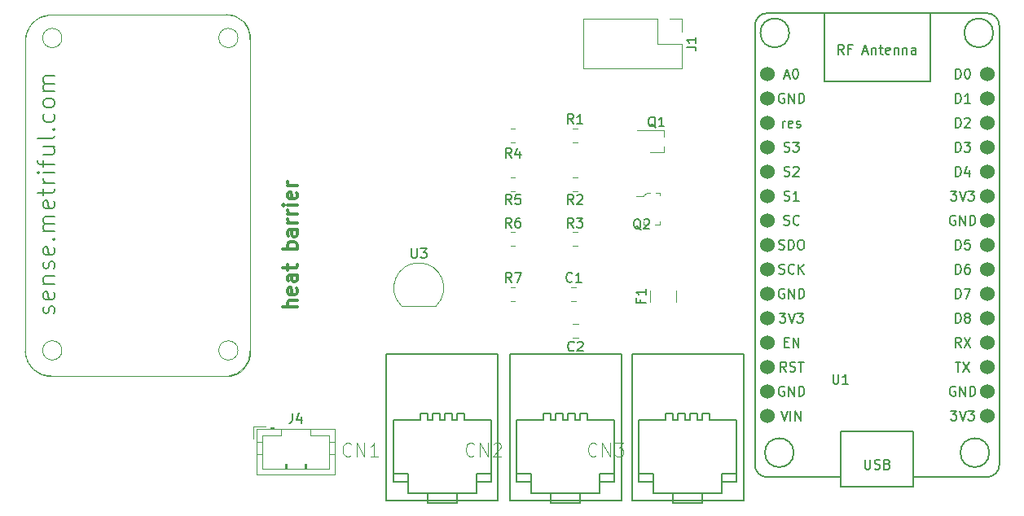
<source format=gbr>
%TF.GenerationSoftware,KiCad,Pcbnew,(6.0.4-0)*%
%TF.CreationDate,2023-05-22T14:10:51+02:00*%
%TF.ProjectId,NodeMCU-Metriful,4e6f6465-4d43-4552-9d4d-657472696675,rev?*%
%TF.SameCoordinates,Original*%
%TF.FileFunction,Legend,Top*%
%TF.FilePolarity,Positive*%
%FSLAX46Y46*%
G04 Gerber Fmt 4.6, Leading zero omitted, Abs format (unit mm)*
G04 Created by KiCad (PCBNEW (6.0.4-0)) date 2023-05-22 14:10:51*
%MOMM*%
%LPD*%
G01*
G04 APERTURE LIST*
%ADD10C,0.300000*%
%ADD11C,0.150000*%
%ADD12C,0.015000*%
%ADD13C,0.120000*%
%ADD14C,0.203200*%
%ADD15C,0.100000*%
%ADD16C,1.524000*%
G04 APERTURE END LIST*
D10*
X93388571Y-97197857D02*
X91888571Y-97197857D01*
X93388571Y-96555000D02*
X92602857Y-96555000D01*
X92460000Y-96626428D01*
X92388571Y-96769285D01*
X92388571Y-96983571D01*
X92460000Y-97126428D01*
X92531428Y-97197857D01*
X93317142Y-95269285D02*
X93388571Y-95412142D01*
X93388571Y-95697857D01*
X93317142Y-95840714D01*
X93174285Y-95912142D01*
X92602857Y-95912142D01*
X92460000Y-95840714D01*
X92388571Y-95697857D01*
X92388571Y-95412142D01*
X92460000Y-95269285D01*
X92602857Y-95197857D01*
X92745714Y-95197857D01*
X92888571Y-95912142D01*
X93388571Y-93912142D02*
X92602857Y-93912142D01*
X92460000Y-93983571D01*
X92388571Y-94126428D01*
X92388571Y-94412142D01*
X92460000Y-94555000D01*
X93317142Y-93912142D02*
X93388571Y-94055000D01*
X93388571Y-94412142D01*
X93317142Y-94555000D01*
X93174285Y-94626428D01*
X93031428Y-94626428D01*
X92888571Y-94555000D01*
X92817142Y-94412142D01*
X92817142Y-94055000D01*
X92745714Y-93912142D01*
X92388571Y-93412142D02*
X92388571Y-92840714D01*
X91888571Y-93197857D02*
X93174285Y-93197857D01*
X93317142Y-93126428D01*
X93388571Y-92983571D01*
X93388571Y-92840714D01*
X93388571Y-91197857D02*
X91888571Y-91197857D01*
X92460000Y-91197857D02*
X92388571Y-91055000D01*
X92388571Y-90769285D01*
X92460000Y-90626428D01*
X92531428Y-90555000D01*
X92674285Y-90483571D01*
X93102857Y-90483571D01*
X93245714Y-90555000D01*
X93317142Y-90626428D01*
X93388571Y-90769285D01*
X93388571Y-91055000D01*
X93317142Y-91197857D01*
X93388571Y-89197857D02*
X92602857Y-89197857D01*
X92460000Y-89269285D01*
X92388571Y-89412142D01*
X92388571Y-89697857D01*
X92460000Y-89840714D01*
X93317142Y-89197857D02*
X93388571Y-89340714D01*
X93388571Y-89697857D01*
X93317142Y-89840714D01*
X93174285Y-89912142D01*
X93031428Y-89912142D01*
X92888571Y-89840714D01*
X92817142Y-89697857D01*
X92817142Y-89340714D01*
X92745714Y-89197857D01*
X93388571Y-88483571D02*
X92388571Y-88483571D01*
X92674285Y-88483571D02*
X92531428Y-88412142D01*
X92460000Y-88340714D01*
X92388571Y-88197857D01*
X92388571Y-88055000D01*
X93388571Y-87555000D02*
X92388571Y-87555000D01*
X92674285Y-87555000D02*
X92531428Y-87483571D01*
X92460000Y-87412142D01*
X92388571Y-87269285D01*
X92388571Y-87126428D01*
X93388571Y-86626428D02*
X92388571Y-86626428D01*
X91888571Y-86626428D02*
X91960000Y-86697857D01*
X92031428Y-86626428D01*
X91960000Y-86555000D01*
X91888571Y-86626428D01*
X92031428Y-86626428D01*
X93317142Y-85340714D02*
X93388571Y-85483571D01*
X93388571Y-85769285D01*
X93317142Y-85912142D01*
X93174285Y-85983571D01*
X92602857Y-85983571D01*
X92460000Y-85912142D01*
X92388571Y-85769285D01*
X92388571Y-85483571D01*
X92460000Y-85340714D01*
X92602857Y-85269285D01*
X92745714Y-85269285D01*
X92888571Y-85983571D01*
X93388571Y-84626428D02*
X92388571Y-84626428D01*
X92674285Y-84626428D02*
X92531428Y-84555000D01*
X92460000Y-84483571D01*
X92388571Y-84340714D01*
X92388571Y-84197857D01*
D11*
%TO.C,R6*%
X115673333Y-88972380D02*
X115340000Y-88496190D01*
X115101904Y-88972380D02*
X115101904Y-87972380D01*
X115482857Y-87972380D01*
X115578095Y-88020000D01*
X115625714Y-88067619D01*
X115673333Y-88162857D01*
X115673333Y-88305714D01*
X115625714Y-88400952D01*
X115578095Y-88448571D01*
X115482857Y-88496190D01*
X115101904Y-88496190D01*
X116530476Y-87972380D02*
X116340000Y-87972380D01*
X116244761Y-88020000D01*
X116197142Y-88067619D01*
X116101904Y-88210476D01*
X116054285Y-88400952D01*
X116054285Y-88781904D01*
X116101904Y-88877142D01*
X116149523Y-88924761D01*
X116244761Y-88972380D01*
X116435238Y-88972380D01*
X116530476Y-88924761D01*
X116578095Y-88877142D01*
X116625714Y-88781904D01*
X116625714Y-88543809D01*
X116578095Y-88448571D01*
X116530476Y-88400952D01*
X116435238Y-88353333D01*
X116244761Y-88353333D01*
X116149523Y-88400952D01*
X116101904Y-88448571D01*
X116054285Y-88543809D01*
%TO.C,R3*%
X122118333Y-88972380D02*
X121785000Y-88496190D01*
X121546904Y-88972380D02*
X121546904Y-87972380D01*
X121927857Y-87972380D01*
X122023095Y-88020000D01*
X122070714Y-88067619D01*
X122118333Y-88162857D01*
X122118333Y-88305714D01*
X122070714Y-88400952D01*
X122023095Y-88448571D01*
X121927857Y-88496190D01*
X121546904Y-88496190D01*
X122451666Y-87972380D02*
X123070714Y-87972380D01*
X122737380Y-88353333D01*
X122880238Y-88353333D01*
X122975476Y-88400952D01*
X123023095Y-88448571D01*
X123070714Y-88543809D01*
X123070714Y-88781904D01*
X123023095Y-88877142D01*
X122975476Y-88924761D01*
X122880238Y-88972380D01*
X122594523Y-88972380D01*
X122499285Y-88924761D01*
X122451666Y-88877142D01*
D12*
%TO.C,CN3*%
X124501085Y-112642980D02*
X124434361Y-112709705D01*
X124234186Y-112776430D01*
X124100737Y-112776430D01*
X123900563Y-112709705D01*
X123767113Y-112576255D01*
X123700388Y-112442806D01*
X123633664Y-112175907D01*
X123633664Y-111975733D01*
X123700388Y-111708834D01*
X123767113Y-111575384D01*
X123900563Y-111441935D01*
X124100737Y-111375210D01*
X124234186Y-111375210D01*
X124434361Y-111441935D01*
X124501085Y-111508659D01*
X125101608Y-112776430D02*
X125101608Y-111375210D01*
X125902305Y-112776430D01*
X125902305Y-111375210D01*
X126436104Y-111375210D02*
X127303525Y-111375210D01*
X126836452Y-111909008D01*
X127036626Y-111909008D01*
X127170076Y-111975733D01*
X127236801Y-112042457D01*
X127303525Y-112175907D01*
X127303525Y-112509531D01*
X127236801Y-112642980D01*
X127170076Y-112709705D01*
X127036626Y-112776430D01*
X126636278Y-112776430D01*
X126502828Y-112709705D01*
X126436104Y-112642980D01*
D11*
%TO.C,Q1*%
X130654761Y-78557619D02*
X130559523Y-78510000D01*
X130464285Y-78414761D01*
X130321428Y-78271904D01*
X130226190Y-78224285D01*
X130130952Y-78224285D01*
X130178571Y-78462380D02*
X130083333Y-78414761D01*
X129988095Y-78319523D01*
X129940476Y-78129047D01*
X129940476Y-77795714D01*
X129988095Y-77605238D01*
X130083333Y-77510000D01*
X130178571Y-77462380D01*
X130369047Y-77462380D01*
X130464285Y-77510000D01*
X130559523Y-77605238D01*
X130607142Y-77795714D01*
X130607142Y-78129047D01*
X130559523Y-78319523D01*
X130464285Y-78414761D01*
X130369047Y-78462380D01*
X130178571Y-78462380D01*
X131559523Y-78462380D02*
X130988095Y-78462380D01*
X131273809Y-78462380D02*
X131273809Y-77462380D01*
X131178571Y-77605238D01*
X131083333Y-77700476D01*
X130988095Y-77748095D01*
%TO.C,Q2*%
X129124761Y-89193619D02*
X129029523Y-89146000D01*
X128934285Y-89050761D01*
X128791428Y-88907904D01*
X128696190Y-88860285D01*
X128600952Y-88860285D01*
X128648571Y-89098380D02*
X128553333Y-89050761D01*
X128458095Y-88955523D01*
X128410476Y-88765047D01*
X128410476Y-88431714D01*
X128458095Y-88241238D01*
X128553333Y-88146000D01*
X128648571Y-88098380D01*
X128839047Y-88098380D01*
X128934285Y-88146000D01*
X129029523Y-88241238D01*
X129077142Y-88431714D01*
X129077142Y-88765047D01*
X129029523Y-88955523D01*
X128934285Y-89050761D01*
X128839047Y-89098380D01*
X128648571Y-89098380D01*
X129458095Y-88193619D02*
X129505714Y-88146000D01*
X129600952Y-88098380D01*
X129839047Y-88098380D01*
X129934285Y-88146000D01*
X129981904Y-88193619D01*
X130029523Y-88288857D01*
X130029523Y-88384095D01*
X129981904Y-88526952D01*
X129410476Y-89098380D01*
X130029523Y-89098380D01*
%TO.C,R1*%
X122118333Y-78177380D02*
X121785000Y-77701190D01*
X121546904Y-78177380D02*
X121546904Y-77177380D01*
X121927857Y-77177380D01*
X122023095Y-77225000D01*
X122070714Y-77272619D01*
X122118333Y-77367857D01*
X122118333Y-77510714D01*
X122070714Y-77605952D01*
X122023095Y-77653571D01*
X121927857Y-77701190D01*
X121546904Y-77701190D01*
X123070714Y-78177380D02*
X122499285Y-78177380D01*
X122785000Y-78177380D02*
X122785000Y-77177380D01*
X122689761Y-77320238D01*
X122594523Y-77415476D01*
X122499285Y-77463095D01*
%TO.C,J4*%
X92916666Y-108312380D02*
X92916666Y-109026666D01*
X92869047Y-109169523D01*
X92773809Y-109264761D01*
X92630952Y-109312380D01*
X92535714Y-109312380D01*
X93821428Y-108645714D02*
X93821428Y-109312380D01*
X93583333Y-108264761D02*
X93345238Y-108979047D01*
X93964285Y-108979047D01*
%TO.C,F1*%
X129093571Y-96435833D02*
X129093571Y-96769166D01*
X129617380Y-96769166D02*
X128617380Y-96769166D01*
X128617380Y-96292976D01*
X129617380Y-95388214D02*
X129617380Y-95959642D01*
X129617380Y-95673928D02*
X128617380Y-95673928D01*
X128760238Y-95769166D01*
X128855476Y-95864404D01*
X128903095Y-95959642D01*
%TO.C,C1*%
X121985833Y-94562142D02*
X121938214Y-94609761D01*
X121795357Y-94657380D01*
X121700119Y-94657380D01*
X121557261Y-94609761D01*
X121462023Y-94514523D01*
X121414404Y-94419285D01*
X121366785Y-94228809D01*
X121366785Y-94085952D01*
X121414404Y-93895476D01*
X121462023Y-93800238D01*
X121557261Y-93705000D01*
X121700119Y-93657380D01*
X121795357Y-93657380D01*
X121938214Y-93705000D01*
X121985833Y-93752619D01*
X122938214Y-94657380D02*
X122366785Y-94657380D01*
X122652500Y-94657380D02*
X122652500Y-93657380D01*
X122557261Y-93800238D01*
X122462023Y-93895476D01*
X122366785Y-93943095D01*
D12*
%TO.C,CN1*%
X99001085Y-112642980D02*
X98934361Y-112709705D01*
X98734186Y-112776430D01*
X98600737Y-112776430D01*
X98400563Y-112709705D01*
X98267113Y-112576255D01*
X98200388Y-112442806D01*
X98133664Y-112175907D01*
X98133664Y-111975733D01*
X98200388Y-111708834D01*
X98267113Y-111575384D01*
X98400563Y-111441935D01*
X98600737Y-111375210D01*
X98734186Y-111375210D01*
X98934361Y-111441935D01*
X99001085Y-111508659D01*
X99601608Y-112776430D02*
X99601608Y-111375210D01*
X100402305Y-112776430D01*
X100402305Y-111375210D01*
X101803525Y-112776430D02*
X101002828Y-112776430D01*
X101403177Y-112776430D02*
X101403177Y-111375210D01*
X101269727Y-111575384D01*
X101136278Y-111708834D01*
X101002828Y-111775558D01*
D11*
%TO.C,U1*%
X149098095Y-104227380D02*
X149098095Y-105036904D01*
X149145714Y-105132142D01*
X149193333Y-105179761D01*
X149288571Y-105227380D01*
X149479047Y-105227380D01*
X149574285Y-105179761D01*
X149621904Y-105132142D01*
X149669523Y-105036904D01*
X149669523Y-104227380D01*
X150669523Y-105227380D02*
X150098095Y-105227380D01*
X150383809Y-105227380D02*
X150383809Y-104227380D01*
X150288571Y-104370238D01*
X150193333Y-104465476D01*
X150098095Y-104513095D01*
X161821904Y-93797380D02*
X161821904Y-92797380D01*
X162060000Y-92797380D01*
X162202857Y-92845000D01*
X162298095Y-92940238D01*
X162345714Y-93035476D01*
X162393333Y-93225952D01*
X162393333Y-93368809D01*
X162345714Y-93559285D01*
X162298095Y-93654523D01*
X162202857Y-93749761D01*
X162060000Y-93797380D01*
X161821904Y-93797380D01*
X163250476Y-92797380D02*
X163060000Y-92797380D01*
X162964761Y-92845000D01*
X162917142Y-92892619D01*
X162821904Y-93035476D01*
X162774285Y-93225952D01*
X162774285Y-93606904D01*
X162821904Y-93702142D01*
X162869523Y-93749761D01*
X162964761Y-93797380D01*
X163155238Y-93797380D01*
X163250476Y-93749761D01*
X163298095Y-93702142D01*
X163345714Y-93606904D01*
X163345714Y-93368809D01*
X163298095Y-93273571D01*
X163250476Y-93225952D01*
X163155238Y-93178333D01*
X162964761Y-93178333D01*
X162869523Y-93225952D01*
X162821904Y-93273571D01*
X162774285Y-93368809D01*
X143684761Y-108037380D02*
X144018095Y-109037380D01*
X144351428Y-108037380D01*
X144684761Y-109037380D02*
X144684761Y-108037380D01*
X145160952Y-109037380D02*
X145160952Y-108037380D01*
X145732380Y-109037380D01*
X145732380Y-108037380D01*
X161321904Y-85177380D02*
X161940952Y-85177380D01*
X161607619Y-85558333D01*
X161750476Y-85558333D01*
X161845714Y-85605952D01*
X161893333Y-85653571D01*
X161940952Y-85748809D01*
X161940952Y-85986904D01*
X161893333Y-86082142D01*
X161845714Y-86129761D01*
X161750476Y-86177380D01*
X161464761Y-86177380D01*
X161369523Y-86129761D01*
X161321904Y-86082142D01*
X162226666Y-85177380D02*
X162560000Y-86177380D01*
X162893333Y-85177380D01*
X163131428Y-85177380D02*
X163750476Y-85177380D01*
X163417142Y-85558333D01*
X163560000Y-85558333D01*
X163655238Y-85605952D01*
X163702857Y-85653571D01*
X163750476Y-85748809D01*
X163750476Y-85986904D01*
X163702857Y-86082142D01*
X163655238Y-86129761D01*
X163560000Y-86177380D01*
X163274285Y-86177380D01*
X163179047Y-86129761D01*
X163131428Y-86082142D01*
X161821904Y-78557380D02*
X161821904Y-77557380D01*
X162060000Y-77557380D01*
X162202857Y-77605000D01*
X162298095Y-77700238D01*
X162345714Y-77795476D01*
X162393333Y-77985952D01*
X162393333Y-78128809D01*
X162345714Y-78319285D01*
X162298095Y-78414523D01*
X162202857Y-78509761D01*
X162060000Y-78557380D01*
X161821904Y-78557380D01*
X162774285Y-77652619D02*
X162821904Y-77605000D01*
X162917142Y-77557380D01*
X163155238Y-77557380D01*
X163250476Y-77605000D01*
X163298095Y-77652619D01*
X163345714Y-77747857D01*
X163345714Y-77843095D01*
X163298095Y-77985952D01*
X162726666Y-78557380D01*
X163345714Y-78557380D01*
X162393333Y-101417380D02*
X162060000Y-100941190D01*
X161821904Y-101417380D02*
X161821904Y-100417380D01*
X162202857Y-100417380D01*
X162298095Y-100465000D01*
X162345714Y-100512619D01*
X162393333Y-100607857D01*
X162393333Y-100750714D01*
X162345714Y-100845952D01*
X162298095Y-100893571D01*
X162202857Y-100941190D01*
X161821904Y-100941190D01*
X162726666Y-100417380D02*
X163393333Y-101417380D01*
X163393333Y-100417380D02*
X162726666Y-101417380D01*
X144018095Y-86129761D02*
X144160952Y-86177380D01*
X144399047Y-86177380D01*
X144494285Y-86129761D01*
X144541904Y-86082142D01*
X144589523Y-85986904D01*
X144589523Y-85891666D01*
X144541904Y-85796428D01*
X144494285Y-85748809D01*
X144399047Y-85701190D01*
X144208571Y-85653571D01*
X144113333Y-85605952D01*
X144065714Y-85558333D01*
X144018095Y-85463095D01*
X144018095Y-85367857D01*
X144065714Y-85272619D01*
X144113333Y-85225000D01*
X144208571Y-85177380D01*
X144446666Y-85177380D01*
X144589523Y-85225000D01*
X145541904Y-86177380D02*
X144970476Y-86177380D01*
X145256190Y-86177380D02*
X145256190Y-85177380D01*
X145160952Y-85320238D01*
X145065714Y-85415476D01*
X144970476Y-85463095D01*
X144041904Y-100893571D02*
X144375238Y-100893571D01*
X144518095Y-101417380D02*
X144041904Y-101417380D01*
X144041904Y-100417380D01*
X144518095Y-100417380D01*
X144946666Y-101417380D02*
X144946666Y-100417380D01*
X145518095Y-101417380D01*
X145518095Y-100417380D01*
X143541904Y-97877380D02*
X144160952Y-97877380D01*
X143827619Y-98258333D01*
X143970476Y-98258333D01*
X144065714Y-98305952D01*
X144113333Y-98353571D01*
X144160952Y-98448809D01*
X144160952Y-98686904D01*
X144113333Y-98782142D01*
X144065714Y-98829761D01*
X143970476Y-98877380D01*
X143684761Y-98877380D01*
X143589523Y-98829761D01*
X143541904Y-98782142D01*
X144446666Y-97877380D02*
X144780000Y-98877380D01*
X145113333Y-97877380D01*
X145351428Y-97877380D02*
X145970476Y-97877380D01*
X145637142Y-98258333D01*
X145780000Y-98258333D01*
X145875238Y-98305952D01*
X145922857Y-98353571D01*
X145970476Y-98448809D01*
X145970476Y-98686904D01*
X145922857Y-98782142D01*
X145875238Y-98829761D01*
X145780000Y-98877380D01*
X145494285Y-98877380D01*
X145399047Y-98829761D01*
X145351428Y-98782142D01*
X143470476Y-91209761D02*
X143613333Y-91257380D01*
X143851428Y-91257380D01*
X143946666Y-91209761D01*
X143994285Y-91162142D01*
X144041904Y-91066904D01*
X144041904Y-90971666D01*
X143994285Y-90876428D01*
X143946666Y-90828809D01*
X143851428Y-90781190D01*
X143660952Y-90733571D01*
X143565714Y-90685952D01*
X143518095Y-90638333D01*
X143470476Y-90543095D01*
X143470476Y-90447857D01*
X143518095Y-90352619D01*
X143565714Y-90305000D01*
X143660952Y-90257380D01*
X143899047Y-90257380D01*
X144041904Y-90305000D01*
X144470476Y-91257380D02*
X144470476Y-90257380D01*
X144708571Y-90257380D01*
X144851428Y-90305000D01*
X144946666Y-90400238D01*
X144994285Y-90495476D01*
X145041904Y-90685952D01*
X145041904Y-90828809D01*
X144994285Y-91019285D01*
X144946666Y-91114523D01*
X144851428Y-91209761D01*
X144708571Y-91257380D01*
X144470476Y-91257380D01*
X145660952Y-90257380D02*
X145851428Y-90257380D01*
X145946666Y-90305000D01*
X146041904Y-90400238D01*
X146089523Y-90590714D01*
X146089523Y-90924047D01*
X146041904Y-91114523D01*
X145946666Y-91209761D01*
X145851428Y-91257380D01*
X145660952Y-91257380D01*
X145565714Y-91209761D01*
X145470476Y-91114523D01*
X145422857Y-90924047D01*
X145422857Y-90590714D01*
X145470476Y-90400238D01*
X145565714Y-90305000D01*
X145660952Y-90257380D01*
X161821904Y-76017380D02*
X161821904Y-75017380D01*
X162060000Y-75017380D01*
X162202857Y-75065000D01*
X162298095Y-75160238D01*
X162345714Y-75255476D01*
X162393333Y-75445952D01*
X162393333Y-75588809D01*
X162345714Y-75779285D01*
X162298095Y-75874523D01*
X162202857Y-75969761D01*
X162060000Y-76017380D01*
X161821904Y-76017380D01*
X163345714Y-76017380D02*
X162774285Y-76017380D01*
X163060000Y-76017380D02*
X163060000Y-75017380D01*
X162964761Y-75160238D01*
X162869523Y-75255476D01*
X162774285Y-75303095D01*
X161821904Y-73477380D02*
X161821904Y-72477380D01*
X162060000Y-72477380D01*
X162202857Y-72525000D01*
X162298095Y-72620238D01*
X162345714Y-72715476D01*
X162393333Y-72905952D01*
X162393333Y-73048809D01*
X162345714Y-73239285D01*
X162298095Y-73334523D01*
X162202857Y-73429761D01*
X162060000Y-73477380D01*
X161821904Y-73477380D01*
X163012380Y-72477380D02*
X163107619Y-72477380D01*
X163202857Y-72525000D01*
X163250476Y-72572619D01*
X163298095Y-72667857D01*
X163345714Y-72858333D01*
X163345714Y-73096428D01*
X163298095Y-73286904D01*
X163250476Y-73382142D01*
X163202857Y-73429761D01*
X163107619Y-73477380D01*
X163012380Y-73477380D01*
X162917142Y-73429761D01*
X162869523Y-73382142D01*
X162821904Y-73286904D01*
X162774285Y-73096428D01*
X162774285Y-72858333D01*
X162821904Y-72667857D01*
X162869523Y-72572619D01*
X162917142Y-72525000D01*
X163012380Y-72477380D01*
X161821904Y-96337380D02*
X161821904Y-95337380D01*
X162060000Y-95337380D01*
X162202857Y-95385000D01*
X162298095Y-95480238D01*
X162345714Y-95575476D01*
X162393333Y-95765952D01*
X162393333Y-95908809D01*
X162345714Y-96099285D01*
X162298095Y-96194523D01*
X162202857Y-96289761D01*
X162060000Y-96337380D01*
X161821904Y-96337380D01*
X162726666Y-95337380D02*
X163393333Y-95337380D01*
X162964761Y-96337380D01*
X152408095Y-113117380D02*
X152408095Y-113926904D01*
X152455714Y-114022142D01*
X152503333Y-114069761D01*
X152598571Y-114117380D01*
X152789047Y-114117380D01*
X152884285Y-114069761D01*
X152931904Y-114022142D01*
X152979523Y-113926904D01*
X152979523Y-113117380D01*
X153408095Y-114069761D02*
X153550952Y-114117380D01*
X153789047Y-114117380D01*
X153884285Y-114069761D01*
X153931904Y-114022142D01*
X153979523Y-113926904D01*
X153979523Y-113831666D01*
X153931904Y-113736428D01*
X153884285Y-113688809D01*
X153789047Y-113641190D01*
X153598571Y-113593571D01*
X153503333Y-113545952D01*
X153455714Y-113498333D01*
X153408095Y-113403095D01*
X153408095Y-113307857D01*
X153455714Y-113212619D01*
X153503333Y-113165000D01*
X153598571Y-113117380D01*
X153836666Y-113117380D01*
X153979523Y-113165000D01*
X154741428Y-113593571D02*
X154884285Y-113641190D01*
X154931904Y-113688809D01*
X154979523Y-113784047D01*
X154979523Y-113926904D01*
X154931904Y-114022142D01*
X154884285Y-114069761D01*
X154789047Y-114117380D01*
X154408095Y-114117380D01*
X154408095Y-113117380D01*
X154741428Y-113117380D01*
X154836666Y-113165000D01*
X154884285Y-113212619D01*
X154931904Y-113307857D01*
X154931904Y-113403095D01*
X154884285Y-113498333D01*
X154836666Y-113545952D01*
X154741428Y-113593571D01*
X154408095Y-113593571D01*
X161821904Y-91257380D02*
X161821904Y-90257380D01*
X162060000Y-90257380D01*
X162202857Y-90305000D01*
X162298095Y-90400238D01*
X162345714Y-90495476D01*
X162393333Y-90685952D01*
X162393333Y-90828809D01*
X162345714Y-91019285D01*
X162298095Y-91114523D01*
X162202857Y-91209761D01*
X162060000Y-91257380D01*
X161821904Y-91257380D01*
X163298095Y-90257380D02*
X162821904Y-90257380D01*
X162774285Y-90733571D01*
X162821904Y-90685952D01*
X162917142Y-90638333D01*
X163155238Y-90638333D01*
X163250476Y-90685952D01*
X163298095Y-90733571D01*
X163345714Y-90828809D01*
X163345714Y-91066904D01*
X163298095Y-91162142D01*
X163250476Y-91209761D01*
X163155238Y-91257380D01*
X162917142Y-91257380D01*
X162821904Y-91209761D01*
X162774285Y-91162142D01*
X144018095Y-81049761D02*
X144160952Y-81097380D01*
X144399047Y-81097380D01*
X144494285Y-81049761D01*
X144541904Y-81002142D01*
X144589523Y-80906904D01*
X144589523Y-80811666D01*
X144541904Y-80716428D01*
X144494285Y-80668809D01*
X144399047Y-80621190D01*
X144208571Y-80573571D01*
X144113333Y-80525952D01*
X144065714Y-80478333D01*
X144018095Y-80383095D01*
X144018095Y-80287857D01*
X144065714Y-80192619D01*
X144113333Y-80145000D01*
X144208571Y-80097380D01*
X144446666Y-80097380D01*
X144589523Y-80145000D01*
X144922857Y-80097380D02*
X145541904Y-80097380D01*
X145208571Y-80478333D01*
X145351428Y-80478333D01*
X145446666Y-80525952D01*
X145494285Y-80573571D01*
X145541904Y-80668809D01*
X145541904Y-80906904D01*
X145494285Y-81002142D01*
X145446666Y-81049761D01*
X145351428Y-81097380D01*
X145065714Y-81097380D01*
X144970476Y-81049761D01*
X144922857Y-81002142D01*
X144232380Y-103957380D02*
X143899047Y-103481190D01*
X143660952Y-103957380D02*
X143660952Y-102957380D01*
X144041904Y-102957380D01*
X144137142Y-103005000D01*
X144184761Y-103052619D01*
X144232380Y-103147857D01*
X144232380Y-103290714D01*
X144184761Y-103385952D01*
X144137142Y-103433571D01*
X144041904Y-103481190D01*
X143660952Y-103481190D01*
X144613333Y-103909761D02*
X144756190Y-103957380D01*
X144994285Y-103957380D01*
X145089523Y-103909761D01*
X145137142Y-103862142D01*
X145184761Y-103766904D01*
X145184761Y-103671666D01*
X145137142Y-103576428D01*
X145089523Y-103528809D01*
X144994285Y-103481190D01*
X144803809Y-103433571D01*
X144708571Y-103385952D01*
X144660952Y-103338333D01*
X144613333Y-103243095D01*
X144613333Y-103147857D01*
X144660952Y-103052619D01*
X144708571Y-103005000D01*
X144803809Y-102957380D01*
X145041904Y-102957380D01*
X145184761Y-103005000D01*
X145470476Y-102957380D02*
X146041904Y-102957380D01*
X145756190Y-103957380D02*
X145756190Y-102957380D01*
X144065714Y-73191666D02*
X144541904Y-73191666D01*
X143970476Y-73477380D02*
X144303809Y-72477380D01*
X144637142Y-73477380D01*
X145160952Y-72477380D02*
X145256190Y-72477380D01*
X145351428Y-72525000D01*
X145399047Y-72572619D01*
X145446666Y-72667857D01*
X145494285Y-72858333D01*
X145494285Y-73096428D01*
X145446666Y-73286904D01*
X145399047Y-73382142D01*
X145351428Y-73429761D01*
X145256190Y-73477380D01*
X145160952Y-73477380D01*
X145065714Y-73429761D01*
X145018095Y-73382142D01*
X144970476Y-73286904D01*
X144922857Y-73096428D01*
X144922857Y-72858333D01*
X144970476Y-72667857D01*
X145018095Y-72572619D01*
X145065714Y-72525000D01*
X145160952Y-72477380D01*
X161821904Y-83637380D02*
X161821904Y-82637380D01*
X162060000Y-82637380D01*
X162202857Y-82685000D01*
X162298095Y-82780238D01*
X162345714Y-82875476D01*
X162393333Y-83065952D01*
X162393333Y-83208809D01*
X162345714Y-83399285D01*
X162298095Y-83494523D01*
X162202857Y-83589761D01*
X162060000Y-83637380D01*
X161821904Y-83637380D01*
X163250476Y-82970714D02*
X163250476Y-83637380D01*
X163012380Y-82589761D02*
X162774285Y-83304047D01*
X163393333Y-83304047D01*
X161798095Y-105545000D02*
X161702857Y-105497380D01*
X161560000Y-105497380D01*
X161417142Y-105545000D01*
X161321904Y-105640238D01*
X161274285Y-105735476D01*
X161226666Y-105925952D01*
X161226666Y-106068809D01*
X161274285Y-106259285D01*
X161321904Y-106354523D01*
X161417142Y-106449761D01*
X161560000Y-106497380D01*
X161655238Y-106497380D01*
X161798095Y-106449761D01*
X161845714Y-106402142D01*
X161845714Y-106068809D01*
X161655238Y-106068809D01*
X162274285Y-106497380D02*
X162274285Y-105497380D01*
X162845714Y-106497380D01*
X162845714Y-105497380D01*
X163321904Y-106497380D02*
X163321904Y-105497380D01*
X163560000Y-105497380D01*
X163702857Y-105545000D01*
X163798095Y-105640238D01*
X163845714Y-105735476D01*
X163893333Y-105925952D01*
X163893333Y-106068809D01*
X163845714Y-106259285D01*
X163798095Y-106354523D01*
X163702857Y-106449761D01*
X163560000Y-106497380D01*
X163321904Y-106497380D01*
X144018095Y-95385000D02*
X143922857Y-95337380D01*
X143780000Y-95337380D01*
X143637142Y-95385000D01*
X143541904Y-95480238D01*
X143494285Y-95575476D01*
X143446666Y-95765952D01*
X143446666Y-95908809D01*
X143494285Y-96099285D01*
X143541904Y-96194523D01*
X143637142Y-96289761D01*
X143780000Y-96337380D01*
X143875238Y-96337380D01*
X144018095Y-96289761D01*
X144065714Y-96242142D01*
X144065714Y-95908809D01*
X143875238Y-95908809D01*
X144494285Y-96337380D02*
X144494285Y-95337380D01*
X145065714Y-96337380D01*
X145065714Y-95337380D01*
X145541904Y-96337380D02*
X145541904Y-95337380D01*
X145780000Y-95337380D01*
X145922857Y-95385000D01*
X146018095Y-95480238D01*
X146065714Y-95575476D01*
X146113333Y-95765952D01*
X146113333Y-95908809D01*
X146065714Y-96099285D01*
X146018095Y-96194523D01*
X145922857Y-96289761D01*
X145780000Y-96337380D01*
X145541904Y-96337380D01*
X143494285Y-93749761D02*
X143637142Y-93797380D01*
X143875238Y-93797380D01*
X143970476Y-93749761D01*
X144018095Y-93702142D01*
X144065714Y-93606904D01*
X144065714Y-93511666D01*
X144018095Y-93416428D01*
X143970476Y-93368809D01*
X143875238Y-93321190D01*
X143684761Y-93273571D01*
X143589523Y-93225952D01*
X143541904Y-93178333D01*
X143494285Y-93083095D01*
X143494285Y-92987857D01*
X143541904Y-92892619D01*
X143589523Y-92845000D01*
X143684761Y-92797380D01*
X143922857Y-92797380D01*
X144065714Y-92845000D01*
X145065714Y-93702142D02*
X145018095Y-93749761D01*
X144875238Y-93797380D01*
X144780000Y-93797380D01*
X144637142Y-93749761D01*
X144541904Y-93654523D01*
X144494285Y-93559285D01*
X144446666Y-93368809D01*
X144446666Y-93225952D01*
X144494285Y-93035476D01*
X144541904Y-92940238D01*
X144637142Y-92845000D01*
X144780000Y-92797380D01*
X144875238Y-92797380D01*
X145018095Y-92845000D01*
X145065714Y-92892619D01*
X145494285Y-93797380D02*
X145494285Y-92797380D01*
X146065714Y-93797380D02*
X145637142Y-93225952D01*
X146065714Y-92797380D02*
X145494285Y-93368809D01*
X161321904Y-108037380D02*
X161940952Y-108037380D01*
X161607619Y-108418333D01*
X161750476Y-108418333D01*
X161845714Y-108465952D01*
X161893333Y-108513571D01*
X161940952Y-108608809D01*
X161940952Y-108846904D01*
X161893333Y-108942142D01*
X161845714Y-108989761D01*
X161750476Y-109037380D01*
X161464761Y-109037380D01*
X161369523Y-108989761D01*
X161321904Y-108942142D01*
X162226666Y-108037380D02*
X162560000Y-109037380D01*
X162893333Y-108037380D01*
X163131428Y-108037380D02*
X163750476Y-108037380D01*
X163417142Y-108418333D01*
X163560000Y-108418333D01*
X163655238Y-108465952D01*
X163702857Y-108513571D01*
X163750476Y-108608809D01*
X163750476Y-108846904D01*
X163702857Y-108942142D01*
X163655238Y-108989761D01*
X163560000Y-109037380D01*
X163274285Y-109037380D01*
X163179047Y-108989761D01*
X163131428Y-108942142D01*
X150217619Y-70937380D02*
X149884285Y-70461190D01*
X149646190Y-70937380D02*
X149646190Y-69937380D01*
X150027142Y-69937380D01*
X150122380Y-69985000D01*
X150170000Y-70032619D01*
X150217619Y-70127857D01*
X150217619Y-70270714D01*
X150170000Y-70365952D01*
X150122380Y-70413571D01*
X150027142Y-70461190D01*
X149646190Y-70461190D01*
X150979523Y-70413571D02*
X150646190Y-70413571D01*
X150646190Y-70937380D02*
X150646190Y-69937380D01*
X151122380Y-69937380D01*
X152217619Y-70651666D02*
X152693809Y-70651666D01*
X152122380Y-70937380D02*
X152455714Y-69937380D01*
X152789047Y-70937380D01*
X153122380Y-70270714D02*
X153122380Y-70937380D01*
X153122380Y-70365952D02*
X153170000Y-70318333D01*
X153265238Y-70270714D01*
X153408095Y-70270714D01*
X153503333Y-70318333D01*
X153550952Y-70413571D01*
X153550952Y-70937380D01*
X153884285Y-70270714D02*
X154265238Y-70270714D01*
X154027142Y-69937380D02*
X154027142Y-70794523D01*
X154074761Y-70889761D01*
X154170000Y-70937380D01*
X154265238Y-70937380D01*
X154979523Y-70889761D02*
X154884285Y-70937380D01*
X154693809Y-70937380D01*
X154598571Y-70889761D01*
X154550952Y-70794523D01*
X154550952Y-70413571D01*
X154598571Y-70318333D01*
X154693809Y-70270714D01*
X154884285Y-70270714D01*
X154979523Y-70318333D01*
X155027142Y-70413571D01*
X155027142Y-70508809D01*
X154550952Y-70604047D01*
X155455714Y-70270714D02*
X155455714Y-70937380D01*
X155455714Y-70365952D02*
X155503333Y-70318333D01*
X155598571Y-70270714D01*
X155741428Y-70270714D01*
X155836666Y-70318333D01*
X155884285Y-70413571D01*
X155884285Y-70937380D01*
X156360476Y-70270714D02*
X156360476Y-70937380D01*
X156360476Y-70365952D02*
X156408095Y-70318333D01*
X156503333Y-70270714D01*
X156646190Y-70270714D01*
X156741428Y-70318333D01*
X156789047Y-70413571D01*
X156789047Y-70937380D01*
X157693809Y-70937380D02*
X157693809Y-70413571D01*
X157646190Y-70318333D01*
X157550952Y-70270714D01*
X157360476Y-70270714D01*
X157265238Y-70318333D01*
X157693809Y-70889761D02*
X157598571Y-70937380D01*
X157360476Y-70937380D01*
X157265238Y-70889761D01*
X157217619Y-70794523D01*
X157217619Y-70699285D01*
X157265238Y-70604047D01*
X157360476Y-70556428D01*
X157598571Y-70556428D01*
X157693809Y-70508809D01*
X144018095Y-105545000D02*
X143922857Y-105497380D01*
X143780000Y-105497380D01*
X143637142Y-105545000D01*
X143541904Y-105640238D01*
X143494285Y-105735476D01*
X143446666Y-105925952D01*
X143446666Y-106068809D01*
X143494285Y-106259285D01*
X143541904Y-106354523D01*
X143637142Y-106449761D01*
X143780000Y-106497380D01*
X143875238Y-106497380D01*
X144018095Y-106449761D01*
X144065714Y-106402142D01*
X144065714Y-106068809D01*
X143875238Y-106068809D01*
X144494285Y-106497380D02*
X144494285Y-105497380D01*
X145065714Y-106497380D01*
X145065714Y-105497380D01*
X145541904Y-106497380D02*
X145541904Y-105497380D01*
X145780000Y-105497380D01*
X145922857Y-105545000D01*
X146018095Y-105640238D01*
X146065714Y-105735476D01*
X146113333Y-105925952D01*
X146113333Y-106068809D01*
X146065714Y-106259285D01*
X146018095Y-106354523D01*
X145922857Y-106449761D01*
X145780000Y-106497380D01*
X145541904Y-106497380D01*
X161821904Y-98877380D02*
X161821904Y-97877380D01*
X162060000Y-97877380D01*
X162202857Y-97925000D01*
X162298095Y-98020238D01*
X162345714Y-98115476D01*
X162393333Y-98305952D01*
X162393333Y-98448809D01*
X162345714Y-98639285D01*
X162298095Y-98734523D01*
X162202857Y-98829761D01*
X162060000Y-98877380D01*
X161821904Y-98877380D01*
X162964761Y-98305952D02*
X162869523Y-98258333D01*
X162821904Y-98210714D01*
X162774285Y-98115476D01*
X162774285Y-98067857D01*
X162821904Y-97972619D01*
X162869523Y-97925000D01*
X162964761Y-97877380D01*
X163155238Y-97877380D01*
X163250476Y-97925000D01*
X163298095Y-97972619D01*
X163345714Y-98067857D01*
X163345714Y-98115476D01*
X163298095Y-98210714D01*
X163250476Y-98258333D01*
X163155238Y-98305952D01*
X162964761Y-98305952D01*
X162869523Y-98353571D01*
X162821904Y-98401190D01*
X162774285Y-98496428D01*
X162774285Y-98686904D01*
X162821904Y-98782142D01*
X162869523Y-98829761D01*
X162964761Y-98877380D01*
X163155238Y-98877380D01*
X163250476Y-98829761D01*
X163298095Y-98782142D01*
X163345714Y-98686904D01*
X163345714Y-98496428D01*
X163298095Y-98401190D01*
X163250476Y-98353571D01*
X163155238Y-98305952D01*
X161798095Y-102957380D02*
X162369523Y-102957380D01*
X162083809Y-103957380D02*
X162083809Y-102957380D01*
X162607619Y-102957380D02*
X163274285Y-103957380D01*
X163274285Y-102957380D02*
X162607619Y-103957380D01*
X143875238Y-78557380D02*
X143875238Y-77890714D01*
X143875238Y-78081190D02*
X143922857Y-77985952D01*
X143970476Y-77938333D01*
X144065714Y-77890714D01*
X144160952Y-77890714D01*
X144875238Y-78509761D02*
X144780000Y-78557380D01*
X144589523Y-78557380D01*
X144494285Y-78509761D01*
X144446666Y-78414523D01*
X144446666Y-78033571D01*
X144494285Y-77938333D01*
X144589523Y-77890714D01*
X144780000Y-77890714D01*
X144875238Y-77938333D01*
X144922857Y-78033571D01*
X144922857Y-78128809D01*
X144446666Y-78224047D01*
X145303809Y-78509761D02*
X145399047Y-78557380D01*
X145589523Y-78557380D01*
X145684761Y-78509761D01*
X145732380Y-78414523D01*
X145732380Y-78366904D01*
X145684761Y-78271666D01*
X145589523Y-78224047D01*
X145446666Y-78224047D01*
X145351428Y-78176428D01*
X145303809Y-78081190D01*
X145303809Y-78033571D01*
X145351428Y-77938333D01*
X145446666Y-77890714D01*
X145589523Y-77890714D01*
X145684761Y-77938333D01*
X144018095Y-75065000D02*
X143922857Y-75017380D01*
X143780000Y-75017380D01*
X143637142Y-75065000D01*
X143541904Y-75160238D01*
X143494285Y-75255476D01*
X143446666Y-75445952D01*
X143446666Y-75588809D01*
X143494285Y-75779285D01*
X143541904Y-75874523D01*
X143637142Y-75969761D01*
X143780000Y-76017380D01*
X143875238Y-76017380D01*
X144018095Y-75969761D01*
X144065714Y-75922142D01*
X144065714Y-75588809D01*
X143875238Y-75588809D01*
X144494285Y-76017380D02*
X144494285Y-75017380D01*
X145065714Y-76017380D01*
X145065714Y-75017380D01*
X145541904Y-76017380D02*
X145541904Y-75017380D01*
X145780000Y-75017380D01*
X145922857Y-75065000D01*
X146018095Y-75160238D01*
X146065714Y-75255476D01*
X146113333Y-75445952D01*
X146113333Y-75588809D01*
X146065714Y-75779285D01*
X146018095Y-75874523D01*
X145922857Y-75969761D01*
X145780000Y-76017380D01*
X145541904Y-76017380D01*
X144018095Y-83589761D02*
X144160952Y-83637380D01*
X144399047Y-83637380D01*
X144494285Y-83589761D01*
X144541904Y-83542142D01*
X144589523Y-83446904D01*
X144589523Y-83351666D01*
X144541904Y-83256428D01*
X144494285Y-83208809D01*
X144399047Y-83161190D01*
X144208571Y-83113571D01*
X144113333Y-83065952D01*
X144065714Y-83018333D01*
X144018095Y-82923095D01*
X144018095Y-82827857D01*
X144065714Y-82732619D01*
X144113333Y-82685000D01*
X144208571Y-82637380D01*
X144446666Y-82637380D01*
X144589523Y-82685000D01*
X144970476Y-82732619D02*
X145018095Y-82685000D01*
X145113333Y-82637380D01*
X145351428Y-82637380D01*
X145446666Y-82685000D01*
X145494285Y-82732619D01*
X145541904Y-82827857D01*
X145541904Y-82923095D01*
X145494285Y-83065952D01*
X144922857Y-83637380D01*
X145541904Y-83637380D01*
X161821904Y-81097380D02*
X161821904Y-80097380D01*
X162060000Y-80097380D01*
X162202857Y-80145000D01*
X162298095Y-80240238D01*
X162345714Y-80335476D01*
X162393333Y-80525952D01*
X162393333Y-80668809D01*
X162345714Y-80859285D01*
X162298095Y-80954523D01*
X162202857Y-81049761D01*
X162060000Y-81097380D01*
X161821904Y-81097380D01*
X162726666Y-80097380D02*
X163345714Y-80097380D01*
X163012380Y-80478333D01*
X163155238Y-80478333D01*
X163250476Y-80525952D01*
X163298095Y-80573571D01*
X163345714Y-80668809D01*
X163345714Y-80906904D01*
X163298095Y-81002142D01*
X163250476Y-81049761D01*
X163155238Y-81097380D01*
X162869523Y-81097380D01*
X162774285Y-81049761D01*
X162726666Y-81002142D01*
X143994285Y-88669761D02*
X144137142Y-88717380D01*
X144375238Y-88717380D01*
X144470476Y-88669761D01*
X144518095Y-88622142D01*
X144565714Y-88526904D01*
X144565714Y-88431666D01*
X144518095Y-88336428D01*
X144470476Y-88288809D01*
X144375238Y-88241190D01*
X144184761Y-88193571D01*
X144089523Y-88145952D01*
X144041904Y-88098333D01*
X143994285Y-88003095D01*
X143994285Y-87907857D01*
X144041904Y-87812619D01*
X144089523Y-87765000D01*
X144184761Y-87717380D01*
X144422857Y-87717380D01*
X144565714Y-87765000D01*
X145565714Y-88622142D02*
X145518095Y-88669761D01*
X145375238Y-88717380D01*
X145280000Y-88717380D01*
X145137142Y-88669761D01*
X145041904Y-88574523D01*
X144994285Y-88479285D01*
X144946666Y-88288809D01*
X144946666Y-88145952D01*
X144994285Y-87955476D01*
X145041904Y-87860238D01*
X145137142Y-87765000D01*
X145280000Y-87717380D01*
X145375238Y-87717380D01*
X145518095Y-87765000D01*
X145565714Y-87812619D01*
X161798095Y-87765000D02*
X161702857Y-87717380D01*
X161560000Y-87717380D01*
X161417142Y-87765000D01*
X161321904Y-87860238D01*
X161274285Y-87955476D01*
X161226666Y-88145952D01*
X161226666Y-88288809D01*
X161274285Y-88479285D01*
X161321904Y-88574523D01*
X161417142Y-88669761D01*
X161560000Y-88717380D01*
X161655238Y-88717380D01*
X161798095Y-88669761D01*
X161845714Y-88622142D01*
X161845714Y-88288809D01*
X161655238Y-88288809D01*
X162274285Y-88717380D02*
X162274285Y-87717380D01*
X162845714Y-88717380D01*
X162845714Y-87717380D01*
X163321904Y-88717380D02*
X163321904Y-87717380D01*
X163560000Y-87717380D01*
X163702857Y-87765000D01*
X163798095Y-87860238D01*
X163845714Y-87955476D01*
X163893333Y-88145952D01*
X163893333Y-88288809D01*
X163845714Y-88479285D01*
X163798095Y-88574523D01*
X163702857Y-88669761D01*
X163560000Y-88717380D01*
X163321904Y-88717380D01*
%TO.C,J1*%
X133862380Y-70183333D02*
X134576666Y-70183333D01*
X134719523Y-70230952D01*
X134814761Y-70326190D01*
X134862380Y-70469047D01*
X134862380Y-70564285D01*
X134862380Y-69183333D02*
X134862380Y-69754761D01*
X134862380Y-69469047D02*
X133862380Y-69469047D01*
X134005238Y-69564285D01*
X134100476Y-69659523D01*
X134148095Y-69754761D01*
%TO.C,R5*%
X115673333Y-86557380D02*
X115340000Y-86081190D01*
X115101904Y-86557380D02*
X115101904Y-85557380D01*
X115482857Y-85557380D01*
X115578095Y-85605000D01*
X115625714Y-85652619D01*
X115673333Y-85747857D01*
X115673333Y-85890714D01*
X115625714Y-85985952D01*
X115578095Y-86033571D01*
X115482857Y-86081190D01*
X115101904Y-86081190D01*
X116578095Y-85557380D02*
X116101904Y-85557380D01*
X116054285Y-86033571D01*
X116101904Y-85985952D01*
X116197142Y-85938333D01*
X116435238Y-85938333D01*
X116530476Y-85985952D01*
X116578095Y-86033571D01*
X116625714Y-86128809D01*
X116625714Y-86366904D01*
X116578095Y-86462142D01*
X116530476Y-86509761D01*
X116435238Y-86557380D01*
X116197142Y-86557380D01*
X116101904Y-86509761D01*
X116054285Y-86462142D01*
%TO.C,U3*%
X105283095Y-91142380D02*
X105283095Y-91951904D01*
X105330714Y-92047142D01*
X105378333Y-92094761D01*
X105473571Y-92142380D01*
X105664047Y-92142380D01*
X105759285Y-92094761D01*
X105806904Y-92047142D01*
X105854523Y-91951904D01*
X105854523Y-91142380D01*
X106235476Y-91142380D02*
X106854523Y-91142380D01*
X106521190Y-91523333D01*
X106664047Y-91523333D01*
X106759285Y-91570952D01*
X106806904Y-91618571D01*
X106854523Y-91713809D01*
X106854523Y-91951904D01*
X106806904Y-92047142D01*
X106759285Y-92094761D01*
X106664047Y-92142380D01*
X106378333Y-92142380D01*
X106283095Y-92094761D01*
X106235476Y-92047142D01*
D12*
%TO.C,CN2*%
X111801085Y-112641980D02*
X111734361Y-112708705D01*
X111534186Y-112775430D01*
X111400737Y-112775430D01*
X111200563Y-112708705D01*
X111067113Y-112575255D01*
X111000388Y-112441806D01*
X110933664Y-112174907D01*
X110933664Y-111974733D01*
X111000388Y-111707834D01*
X111067113Y-111574384D01*
X111200563Y-111440935D01*
X111400737Y-111374210D01*
X111534186Y-111374210D01*
X111734361Y-111440935D01*
X111801085Y-111507659D01*
X112401608Y-112775430D02*
X112401608Y-111374210D01*
X113202305Y-112775430D01*
X113202305Y-111374210D01*
X113802828Y-111507659D02*
X113869553Y-111440935D01*
X114003003Y-111374210D01*
X114336626Y-111374210D01*
X114470076Y-111440935D01*
X114536801Y-111507659D01*
X114603525Y-111641109D01*
X114603525Y-111774558D01*
X114536801Y-111974733D01*
X113736104Y-112775430D01*
X114603525Y-112775430D01*
D11*
%TO.C,R4*%
X115673333Y-81732380D02*
X115340000Y-81256190D01*
X115101904Y-81732380D02*
X115101904Y-80732380D01*
X115482857Y-80732380D01*
X115578095Y-80780000D01*
X115625714Y-80827619D01*
X115673333Y-80922857D01*
X115673333Y-81065714D01*
X115625714Y-81160952D01*
X115578095Y-81208571D01*
X115482857Y-81256190D01*
X115101904Y-81256190D01*
X116530476Y-81065714D02*
X116530476Y-81732380D01*
X116292380Y-80684761D02*
X116054285Y-81399047D01*
X116673333Y-81399047D01*
%TO.C,C2*%
X122169583Y-101732142D02*
X122121964Y-101779761D01*
X121979107Y-101827380D01*
X121883869Y-101827380D01*
X121741011Y-101779761D01*
X121645773Y-101684523D01*
X121598154Y-101589285D01*
X121550535Y-101398809D01*
X121550535Y-101255952D01*
X121598154Y-101065476D01*
X121645773Y-100970238D01*
X121741011Y-100875000D01*
X121883869Y-100827380D01*
X121979107Y-100827380D01*
X122121964Y-100875000D01*
X122169583Y-100922619D01*
X122550535Y-100922619D02*
X122598154Y-100875000D01*
X122693392Y-100827380D01*
X122931488Y-100827380D01*
X123026726Y-100875000D01*
X123074345Y-100922619D01*
X123121964Y-101017857D01*
X123121964Y-101113095D01*
X123074345Y-101255952D01*
X122502916Y-101827380D01*
X123121964Y-101827380D01*
%TO.C,R2*%
X122118333Y-86557380D02*
X121785000Y-86081190D01*
X121546904Y-86557380D02*
X121546904Y-85557380D01*
X121927857Y-85557380D01*
X122023095Y-85605000D01*
X122070714Y-85652619D01*
X122118333Y-85747857D01*
X122118333Y-85890714D01*
X122070714Y-85985952D01*
X122023095Y-86033571D01*
X121927857Y-86081190D01*
X121546904Y-86081190D01*
X122499285Y-85652619D02*
X122546904Y-85605000D01*
X122642142Y-85557380D01*
X122880238Y-85557380D01*
X122975476Y-85605000D01*
X123023095Y-85652619D01*
X123070714Y-85747857D01*
X123070714Y-85843095D01*
X123023095Y-85985952D01*
X122451666Y-86557380D01*
X123070714Y-86557380D01*
%TO.C,R7*%
X115673333Y-94687380D02*
X115340000Y-94211190D01*
X115101904Y-94687380D02*
X115101904Y-93687380D01*
X115482857Y-93687380D01*
X115578095Y-93735000D01*
X115625714Y-93782619D01*
X115673333Y-93877857D01*
X115673333Y-94020714D01*
X115625714Y-94115952D01*
X115578095Y-94163571D01*
X115482857Y-94211190D01*
X115101904Y-94211190D01*
X116006666Y-93687380D02*
X116673333Y-93687380D01*
X116244761Y-94687380D01*
%TO.C,U2*%
X68140358Y-97899793D02*
X68226072Y-97728364D01*
X68226072Y-97385507D01*
X68140358Y-97214079D01*
X67968929Y-97128364D01*
X67883215Y-97128364D01*
X67711787Y-97214079D01*
X67626072Y-97385507D01*
X67626072Y-97642650D01*
X67540358Y-97814079D01*
X67368929Y-97899793D01*
X67283215Y-97899793D01*
X67111787Y-97814079D01*
X67026072Y-97642650D01*
X67026072Y-97385507D01*
X67111787Y-97214079D01*
X68140358Y-95671221D02*
X68226072Y-95842650D01*
X68226072Y-96185507D01*
X68140358Y-96356936D01*
X67968929Y-96442650D01*
X67283215Y-96442650D01*
X67111787Y-96356936D01*
X67026072Y-96185507D01*
X67026072Y-95842650D01*
X67111787Y-95671221D01*
X67283215Y-95585507D01*
X67454644Y-95585507D01*
X67626072Y-96442650D01*
X67026072Y-94814079D02*
X68226072Y-94814079D01*
X67197501Y-94814079D02*
X67111787Y-94728364D01*
X67026072Y-94556936D01*
X67026072Y-94299793D01*
X67111787Y-94128364D01*
X67283215Y-94042650D01*
X68226072Y-94042650D01*
X68140358Y-93271221D02*
X68226072Y-93099793D01*
X68226072Y-92756936D01*
X68140358Y-92585507D01*
X67968929Y-92499793D01*
X67883215Y-92499793D01*
X67711787Y-92585507D01*
X67626072Y-92756936D01*
X67626072Y-93014079D01*
X67540358Y-93185507D01*
X67368929Y-93271221D01*
X67283215Y-93271221D01*
X67111787Y-93185507D01*
X67026072Y-93014079D01*
X67026072Y-92756936D01*
X67111787Y-92585507D01*
X68140358Y-91042650D02*
X68226072Y-91214079D01*
X68226072Y-91556936D01*
X68140358Y-91728364D01*
X67968929Y-91814079D01*
X67283215Y-91814079D01*
X67111787Y-91728364D01*
X67026072Y-91556936D01*
X67026072Y-91214079D01*
X67111787Y-91042650D01*
X67283215Y-90956936D01*
X67454644Y-90956936D01*
X67626072Y-91814079D01*
X68054644Y-90185507D02*
X68140358Y-90099793D01*
X68226072Y-90185507D01*
X68140358Y-90271221D01*
X68054644Y-90185507D01*
X68226072Y-90185507D01*
X68226072Y-89328364D02*
X67026072Y-89328364D01*
X67197501Y-89328364D02*
X67111787Y-89242650D01*
X67026072Y-89071221D01*
X67026072Y-88814079D01*
X67111787Y-88642650D01*
X67283215Y-88556936D01*
X68226072Y-88556936D01*
X67283215Y-88556936D02*
X67111787Y-88471221D01*
X67026072Y-88299793D01*
X67026072Y-88042650D01*
X67111787Y-87871221D01*
X67283215Y-87785507D01*
X68226072Y-87785507D01*
X68140358Y-86242650D02*
X68226072Y-86414079D01*
X68226072Y-86756936D01*
X68140358Y-86928364D01*
X67968929Y-87014079D01*
X67283215Y-87014079D01*
X67111787Y-86928364D01*
X67026072Y-86756936D01*
X67026072Y-86414079D01*
X67111787Y-86242650D01*
X67283215Y-86156936D01*
X67454644Y-86156936D01*
X67626072Y-87014079D01*
X67026072Y-85642650D02*
X67026072Y-84956936D01*
X66426072Y-85385507D02*
X67968929Y-85385507D01*
X68140358Y-85299793D01*
X68226072Y-85128364D01*
X68226072Y-84956936D01*
X68226072Y-84356936D02*
X67026072Y-84356936D01*
X67368929Y-84356936D02*
X67197501Y-84271221D01*
X67111787Y-84185507D01*
X67026072Y-84014079D01*
X67026072Y-83842650D01*
X68226072Y-83242650D02*
X67026072Y-83242650D01*
X66426072Y-83242650D02*
X66511787Y-83328364D01*
X66597501Y-83242650D01*
X66511787Y-83156936D01*
X66426072Y-83242650D01*
X66597501Y-83242650D01*
X67026072Y-82642650D02*
X67026072Y-81956936D01*
X68226072Y-82385507D02*
X66683215Y-82385507D01*
X66511787Y-82299793D01*
X66426072Y-82128364D01*
X66426072Y-81956936D01*
X67026072Y-80585507D02*
X68226072Y-80585507D01*
X67026072Y-81356936D02*
X67968929Y-81356936D01*
X68140358Y-81271221D01*
X68226072Y-81099793D01*
X68226072Y-80842650D01*
X68140358Y-80671221D01*
X68054644Y-80585507D01*
X68226072Y-79471221D02*
X68140358Y-79642650D01*
X67968929Y-79728364D01*
X66426072Y-79728364D01*
X68054644Y-78785507D02*
X68140358Y-78699793D01*
X68226072Y-78785507D01*
X68140358Y-78871221D01*
X68054644Y-78785507D01*
X68226072Y-78785507D01*
X68140358Y-77156936D02*
X68226072Y-77328364D01*
X68226072Y-77671221D01*
X68140358Y-77842650D01*
X68054644Y-77928364D01*
X67883215Y-78014079D01*
X67368929Y-78014079D01*
X67197501Y-77928364D01*
X67111787Y-77842650D01*
X67026072Y-77671221D01*
X67026072Y-77328364D01*
X67111787Y-77156936D01*
X68226072Y-76128364D02*
X68140358Y-76299793D01*
X68054644Y-76385507D01*
X67883215Y-76471221D01*
X67368929Y-76471221D01*
X67197501Y-76385507D01*
X67111787Y-76299793D01*
X67026072Y-76128364D01*
X67026072Y-75871221D01*
X67111787Y-75699793D01*
X67197501Y-75614079D01*
X67368929Y-75528364D01*
X67883215Y-75528364D01*
X68054644Y-75614079D01*
X68140358Y-75699793D01*
X68226072Y-75871221D01*
X68226072Y-76128364D01*
X68226072Y-74756936D02*
X67026072Y-74756936D01*
X67197501Y-74756936D02*
X67111787Y-74671221D01*
X67026072Y-74499793D01*
X67026072Y-74242650D01*
X67111787Y-74071221D01*
X67283215Y-73985507D01*
X68226072Y-73985507D01*
X67283215Y-73985507D02*
X67111787Y-73899793D01*
X67026072Y-73728364D01*
X67026072Y-73471221D01*
X67111787Y-73299793D01*
X67283215Y-73214079D01*
X68226072Y-73214079D01*
D13*
%TO.C,R6*%
X115612936Y-89435000D02*
X116067064Y-89435000D01*
X115612936Y-90905000D02*
X116067064Y-90905000D01*
%TO.C,R3*%
X122057936Y-89435000D02*
X122512064Y-89435000D01*
X122057936Y-90905000D02*
X122512064Y-90905000D01*
D14*
%TO.C,CN3*%
X136271000Y-108332000D02*
X136271000Y-108967000D01*
X132461000Y-117603000D02*
X135509000Y-117603000D01*
X135509000Y-108332000D02*
X136271000Y-108332000D01*
X134239000Y-108332000D02*
X134239000Y-108967000D01*
X139785000Y-117407000D02*
X139785000Y-102107000D01*
X133731000Y-108332000D02*
X133731000Y-108967000D01*
X132461000Y-116587000D02*
X132461000Y-117603000D01*
X139065000Y-114555000D02*
X139065000Y-108967000D01*
X137541000Y-114555000D02*
X137541000Y-115444000D01*
X132461000Y-108332000D02*
X132461000Y-108967000D01*
X131699000Y-108332000D02*
X131699000Y-108967000D01*
X128185000Y-102107000D02*
X128185000Y-117407000D01*
X128185000Y-117407000D02*
X139785000Y-117407000D01*
X139785000Y-102107000D02*
X128185000Y-102107000D01*
X135509000Y-117603000D02*
X135509000Y-116587000D01*
X128905000Y-115444000D02*
X130429000Y-115444000D01*
X132969000Y-108332000D02*
X133731000Y-108332000D01*
X132461000Y-116587000D02*
X135509000Y-116587000D01*
X139065000Y-108967000D02*
X136271000Y-108967000D01*
X134239000Y-108332000D02*
X135001000Y-108332000D01*
X139065000Y-114555000D02*
X137541000Y-114555000D01*
X139065000Y-115444000D02*
X139065000Y-114555000D01*
X134239000Y-108967000D02*
X133731000Y-108967000D01*
X137541000Y-115444000D02*
X137541000Y-116587000D01*
X135509000Y-108967000D02*
X135001000Y-108967000D01*
X132969000Y-108332000D02*
X132969000Y-108967000D01*
X131699000Y-108967000D02*
X128905000Y-108967000D01*
X131699000Y-108332000D02*
X132461000Y-108332000D01*
X135001000Y-108332000D02*
X135001000Y-108967000D01*
X130429000Y-114555000D02*
X130429000Y-115444000D01*
X130429000Y-116587000D02*
X132461000Y-116587000D01*
X132969000Y-108967000D02*
X132461000Y-108967000D01*
X139065000Y-115444000D02*
X137541000Y-115444000D01*
X135509000Y-116587000D02*
X137541000Y-116587000D01*
X128905000Y-114555000D02*
X130429000Y-114555000D01*
X130429000Y-115444000D02*
X130429000Y-116587000D01*
X128905000Y-108967000D02*
X128905000Y-114555000D01*
X128905000Y-114555000D02*
X128905000Y-115444000D01*
X135509000Y-108332000D02*
X135509000Y-108967000D01*
D13*
%TO.C,Q1*%
X131485000Y-80510000D02*
X131485000Y-81170000D01*
X130075000Y-81170000D02*
X131485000Y-81170000D01*
X131485000Y-78840000D02*
X131485000Y-79510000D01*
X131485000Y-78850000D02*
X128750000Y-78850000D01*
D15*
%TO.C,Q2*%
X131060000Y-88345000D02*
X131060000Y-88645000D01*
X130685000Y-85345000D02*
X131060000Y-85345000D01*
X130060000Y-85345000D02*
X129785000Y-85345000D01*
X129410000Y-88645000D02*
X129410000Y-88295000D01*
X129885000Y-88645000D02*
X129410000Y-88645000D01*
X129410000Y-85620000D02*
X129410000Y-85670000D01*
X131060000Y-88420000D02*
X131060000Y-88295000D01*
X129410000Y-85670000D02*
X128635000Y-85670000D01*
X131060000Y-88645000D02*
X130610000Y-88645000D01*
X131060000Y-85345000D02*
X131060000Y-85645000D01*
X129785000Y-85345000D02*
X129410000Y-85620000D01*
D13*
%TO.C,R1*%
X122057936Y-78640000D02*
X122512064Y-78640000D01*
X122057936Y-80110000D02*
X122512064Y-80110000D01*
%TO.C,J4*%
X97310000Y-112560000D02*
X96700000Y-112560000D01*
X91750000Y-109950000D02*
X91750000Y-110560000D01*
X88890000Y-109650000D02*
X88890000Y-110900000D01*
X97310000Y-111260000D02*
X96700000Y-111260000D01*
X91750000Y-110560000D02*
X89800000Y-110560000D01*
X94250000Y-114060000D02*
X94250000Y-113560000D01*
X92350000Y-113560000D02*
X92350000Y-114060000D01*
X94750000Y-110560000D02*
X94750000Y-109950000D01*
X94150000Y-113560000D02*
X94350000Y-113560000D01*
X94350000Y-113560000D02*
X94350000Y-114060000D01*
X89190000Y-112560000D02*
X89800000Y-112560000D01*
X89800000Y-114060000D02*
X96700000Y-114060000D01*
X90950000Y-109750000D02*
X90650000Y-109750000D01*
X96700000Y-110560000D02*
X94750000Y-110560000D01*
X94150000Y-114060000D02*
X94150000Y-113560000D01*
X97310000Y-114670000D02*
X97310000Y-109950000D01*
X92150000Y-114060000D02*
X92150000Y-113560000D01*
X92150000Y-113560000D02*
X92350000Y-113560000D01*
X90950000Y-109950000D02*
X90950000Y-109750000D01*
X90950000Y-109850000D02*
X90650000Y-109850000D01*
X89800000Y-110560000D02*
X89800000Y-114060000D01*
X96700000Y-114060000D02*
X96700000Y-110560000D01*
X97310000Y-109950000D02*
X89190000Y-109950000D01*
X89190000Y-114670000D02*
X97310000Y-114670000D01*
X92250000Y-114060000D02*
X92250000Y-113560000D01*
X89190000Y-109950000D02*
X89190000Y-114670000D01*
X90140000Y-109650000D02*
X88890000Y-109650000D01*
X90650000Y-109750000D02*
X90650000Y-109950000D01*
X89190000Y-111260000D02*
X89800000Y-111260000D01*
%TO.C,F1*%
X132805000Y-96704564D02*
X132805000Y-95500436D01*
X130085000Y-96704564D02*
X130085000Y-95500436D01*
%TO.C,C1*%
X121891248Y-96620000D02*
X122413752Y-96620000D01*
X121891248Y-95150000D02*
X122413752Y-95150000D01*
D14*
%TO.C,CN1*%
X112041000Y-114555000D02*
X112041000Y-115444000D01*
X113565000Y-115444000D02*
X113565000Y-114555000D01*
X107469000Y-108332000D02*
X108231000Y-108332000D01*
X113565000Y-114555000D02*
X112041000Y-114555000D01*
X104929000Y-114555000D02*
X104929000Y-115444000D01*
X103405000Y-114555000D02*
X104929000Y-114555000D01*
X106961000Y-116587000D02*
X110009000Y-116587000D01*
X110009000Y-116587000D02*
X112041000Y-116587000D01*
X106961000Y-116587000D02*
X106961000Y-117603000D01*
X106961000Y-117603000D02*
X110009000Y-117603000D01*
X103405000Y-114555000D02*
X103405000Y-115444000D01*
X110009000Y-108967000D02*
X109501000Y-108967000D01*
X112041000Y-115444000D02*
X112041000Y-116587000D01*
X110009000Y-108332000D02*
X110009000Y-108967000D01*
X107469000Y-108967000D02*
X106961000Y-108967000D01*
X108739000Y-108332000D02*
X108739000Y-108967000D01*
X103405000Y-108967000D02*
X103405000Y-114555000D01*
X114285000Y-117407000D02*
X114285000Y-102107000D01*
X106199000Y-108332000D02*
X106961000Y-108332000D01*
X106961000Y-108332000D02*
X106961000Y-108967000D01*
X104929000Y-116587000D02*
X106961000Y-116587000D01*
X110009000Y-108332000D02*
X110771000Y-108332000D01*
X104929000Y-115444000D02*
X104929000Y-116587000D01*
X102685000Y-117407000D02*
X114285000Y-117407000D01*
X108739000Y-108332000D02*
X109501000Y-108332000D01*
X113565000Y-115444000D02*
X112041000Y-115444000D01*
X110009000Y-117603000D02*
X110009000Y-116587000D01*
X107469000Y-108332000D02*
X107469000Y-108967000D01*
X113565000Y-114555000D02*
X113565000Y-108967000D01*
X106199000Y-108967000D02*
X103405000Y-108967000D01*
X108739000Y-108967000D02*
X108231000Y-108967000D01*
X109501000Y-108332000D02*
X109501000Y-108967000D01*
X114285000Y-102107000D02*
X102685000Y-102107000D01*
X108231000Y-108332000D02*
X108231000Y-108967000D01*
X106199000Y-108332000D02*
X106199000Y-108967000D01*
X110771000Y-108332000D02*
X110771000Y-108967000D01*
X103405000Y-115444000D02*
X104929000Y-115444000D01*
X102685000Y-102107000D02*
X102685000Y-117407000D01*
X113565000Y-108967000D02*
X110771000Y-108967000D01*
D11*
%TO.C,U1*%
X166370000Y-67945000D02*
X166370000Y-113665000D01*
X157470000Y-110205000D02*
X157470000Y-115935000D01*
X149860000Y-114935000D02*
X142240000Y-114935000D01*
X157470000Y-115935000D02*
X149870000Y-115935000D01*
X140970000Y-67945000D02*
X140970000Y-113665000D01*
X159170000Y-66675000D02*
X159170000Y-73805000D01*
X149870000Y-110205000D02*
X157470000Y-110205000D01*
X149870000Y-115935000D02*
X149870000Y-110205000D01*
X148170000Y-73805000D02*
X148170000Y-66675000D01*
X165100000Y-66675000D02*
X142240000Y-66675000D01*
X165100000Y-114935000D02*
X157480000Y-114935000D01*
X159170000Y-73805000D02*
X148170000Y-73805000D01*
X166370000Y-67945000D02*
G75*
G03*
X165100000Y-66675000I-1270000J0D01*
G01*
X142240000Y-66675000D02*
G75*
G03*
X140970000Y-67945000I-1J-1269999D01*
G01*
X140970000Y-113665000D02*
G75*
G03*
X142240000Y-114935000I1269999J-1D01*
G01*
X165100000Y-114935000D02*
G75*
G03*
X166370000Y-113665000I0J1270000D01*
G01*
X145010000Y-112395000D02*
G75*
G03*
X145010000Y-112395000I-1500000J0D01*
G01*
X144540000Y-68725000D02*
G75*
G03*
X144540000Y-68725000I-1500000J0D01*
G01*
X165330000Y-112395000D02*
G75*
G03*
X165330000Y-112395000I-1500000J0D01*
G01*
X165740000Y-68725000D02*
G75*
G03*
X165740000Y-68725000I-1500000J0D01*
G01*
D13*
%TO.C,J1*%
X133410000Y-67250000D02*
X133410000Y-68580000D01*
X123130000Y-67250000D02*
X123130000Y-72450000D01*
X132080000Y-67250000D02*
X133410000Y-67250000D01*
X133410000Y-69850000D02*
X133410000Y-72450000D01*
X133410000Y-72450000D02*
X123130000Y-72450000D01*
X130810000Y-69850000D02*
X133410000Y-69850000D01*
X130810000Y-67250000D02*
X123130000Y-67250000D01*
X130810000Y-67250000D02*
X130810000Y-69850000D01*
%TO.C,R5*%
X116067064Y-85190000D02*
X115612936Y-85190000D01*
X116067064Y-83720000D02*
X115612936Y-83720000D01*
%TO.C,U3*%
X104245000Y-97100000D02*
X107845000Y-97100000D01*
X106045000Y-92649999D02*
G75*
G03*
X104206522Y-97088478I0J-2600001D01*
G01*
X107883478Y-97088478D02*
G75*
G03*
X106045000Y-92650000I-1838478J1838478D01*
G01*
D14*
%TO.C,CN2*%
X119761000Y-108331000D02*
X119761000Y-108966000D01*
X121539000Y-108331000D02*
X122301000Y-108331000D01*
X126365000Y-115443000D02*
X126365000Y-114554000D01*
X115485000Y-102106000D02*
X115485000Y-117406000D01*
X116205000Y-114554000D02*
X117729000Y-114554000D01*
X127085000Y-102106000D02*
X115485000Y-102106000D01*
X126365000Y-114554000D02*
X126365000Y-108966000D01*
X121539000Y-108966000D02*
X121031000Y-108966000D01*
X115485000Y-117406000D02*
X127085000Y-117406000D01*
X116205000Y-108966000D02*
X116205000Y-114554000D01*
X123571000Y-108331000D02*
X123571000Y-108966000D01*
X126365000Y-114554000D02*
X124841000Y-114554000D01*
X119761000Y-116586000D02*
X119761000Y-117602000D01*
X127085000Y-117406000D02*
X127085000Y-102106000D01*
X119761000Y-117602000D02*
X122809000Y-117602000D01*
X119761000Y-116586000D02*
X122809000Y-116586000D01*
X124841000Y-114554000D02*
X124841000Y-115443000D01*
X116205000Y-115443000D02*
X117729000Y-115443000D01*
X122809000Y-108966000D02*
X122301000Y-108966000D01*
X120269000Y-108331000D02*
X120269000Y-108966000D01*
X117729000Y-116586000D02*
X119761000Y-116586000D01*
X122809000Y-116586000D02*
X124841000Y-116586000D01*
X122809000Y-108331000D02*
X122809000Y-108966000D01*
X121539000Y-108331000D02*
X121539000Y-108966000D01*
X116205000Y-114554000D02*
X116205000Y-115443000D01*
X117729000Y-114554000D02*
X117729000Y-115443000D01*
X121031000Y-108331000D02*
X121031000Y-108966000D01*
X117729000Y-115443000D02*
X117729000Y-116586000D01*
X126365000Y-115443000D02*
X124841000Y-115443000D01*
X118999000Y-108331000D02*
X118999000Y-108966000D01*
X118999000Y-108331000D02*
X119761000Y-108331000D01*
X122809000Y-108331000D02*
X123571000Y-108331000D01*
X120269000Y-108331000D02*
X121031000Y-108331000D01*
X118999000Y-108966000D02*
X116205000Y-108966000D01*
X122301000Y-108331000D02*
X122301000Y-108966000D01*
X124841000Y-115443000D02*
X124841000Y-116586000D01*
X122809000Y-117602000D02*
X122809000Y-116586000D01*
X120269000Y-108966000D02*
X119761000Y-108966000D01*
X126365000Y-108966000D02*
X123571000Y-108966000D01*
D13*
%TO.C,R4*%
X116067064Y-78640000D02*
X115612936Y-78640000D01*
X116067064Y-80110000D02*
X115612936Y-80110000D01*
%TO.C,C2*%
X122597502Y-98960000D02*
X122074998Y-98960000D01*
X122597502Y-100430000D02*
X122074998Y-100430000D01*
%TO.C,R2*%
X122512064Y-85190000D02*
X122057936Y-85190000D01*
X122512064Y-83720000D02*
X122057936Y-83720000D01*
%TO.C,R7*%
X115612936Y-95150000D02*
X116067064Y-95150000D01*
X115612936Y-96620000D02*
X116067064Y-96620000D01*
%TO.C,U2*%
X67790460Y-66819564D02*
X86083114Y-66823528D01*
X65113213Y-101883248D02*
X65145947Y-69610057D01*
X86251787Y-104440437D02*
X67947302Y-104434623D01*
X88515776Y-69468040D02*
X88513232Y-101755595D01*
X67790460Y-66819564D02*
G75*
G03*
X65145947Y-69610057I105018J-2747856D01*
G01*
X65113213Y-101883248D02*
G75*
G03*
X67947302Y-104434623I2710669J161282D01*
G01*
X88515776Y-69468040D02*
G75*
G03*
X86083114Y-66823528I-2449345J188018D01*
G01*
X86251787Y-104440436D02*
G75*
G03*
X88513232Y-101755595I-283895J2533954D01*
G01*
X68951787Y-69254079D02*
G75*
G03*
X68951787Y-69254079I-1000000J0D01*
G01*
X87251787Y-101754079D02*
G75*
G03*
X87251787Y-101754079I-1000000J0D01*
G01*
X87251787Y-69254079D02*
G75*
G03*
X87251787Y-69254079I-1000000J0D01*
G01*
X68951787Y-101754079D02*
G75*
G03*
X68951787Y-101754079I-1000000J0D01*
G01*
X86083114Y-66823528D02*
X86238161Y-66826947D01*
X86545555Y-66868072D01*
X86845328Y-66947560D01*
X87132713Y-67064148D01*
X87403137Y-67215980D01*
X87652301Y-67400641D01*
X87876240Y-67615196D01*
X88071393Y-67856231D01*
X88234656Y-68119911D01*
X88363432Y-68402045D01*
X88455673Y-68698143D01*
X88509912Y-69003496D01*
X88525286Y-69313247D01*
X88515776Y-69468040D01*
X88513232Y-101755595D01*
X88520361Y-101916852D01*
X88498744Y-102238919D01*
X88436636Y-102555679D01*
X88335031Y-102862062D01*
X88195555Y-103153164D01*
X88020441Y-103424327D01*
X87812492Y-103671210D01*
X87575035Y-103889861D01*
X87311871Y-104076781D01*
X87027213Y-104228979D01*
X86725617Y-104344017D01*
X86411910Y-104420056D01*
X86251787Y-104440437D01*
X67947302Y-104434623D01*
X67784716Y-104439617D01*
X67460324Y-104415453D01*
X67141142Y-104352710D01*
X66831741Y-104252288D01*
X66536552Y-104115624D01*
X66259802Y-103944675D01*
X66005455Y-103741890D01*
X65777154Y-103510174D01*
X65578169Y-103252844D01*
X65411349Y-102973586D01*
X65279083Y-102676400D01*
X65183266Y-102365542D01*
X65125270Y-102045463D01*
X65113213Y-101883248D01*
X65145947Y-69610057D01*
X65145741Y-69446245D01*
X65179556Y-69120405D01*
X65251853Y-68800892D01*
X65361607Y-68492235D01*
X65507262Y-68198807D01*
X65686754Y-67924768D01*
X65897539Y-67674000D01*
X66136631Y-67450057D01*
X66400640Y-67256113D01*
X66685826Y-67094917D01*
X66988147Y-66968754D01*
X67303318Y-66879410D01*
X67626873Y-66828152D01*
X67790460Y-66819564D01*
X86083114Y-66823528D01*
%TD*%
D16*
%TO.C,U1*%
X142240000Y-73025000D03*
X142240000Y-75565000D03*
X142240000Y-78105000D03*
X142240000Y-80645000D03*
X142240000Y-83185000D03*
X142240000Y-85725000D03*
X142240000Y-88265000D03*
X142240000Y-90805000D03*
X142240000Y-93345000D03*
X142240000Y-95885000D03*
X142240000Y-98425000D03*
X142240000Y-100965000D03*
X142240000Y-103505000D03*
X142240000Y-106045000D03*
X142240000Y-108585000D03*
X165100000Y-108585000D03*
X165100000Y-106045000D03*
X165100000Y-103505000D03*
X165100000Y-100965000D03*
X165100000Y-98425000D03*
X165100000Y-95885000D03*
X165100000Y-93345000D03*
X165100000Y-90805000D03*
X165100000Y-88265000D03*
X165100000Y-85725000D03*
X165100000Y-83185000D03*
X165100000Y-80645000D03*
X165100000Y-78105000D03*
X165100000Y-75565000D03*
X165100000Y-73025000D03*
%TD*%
M02*

</source>
